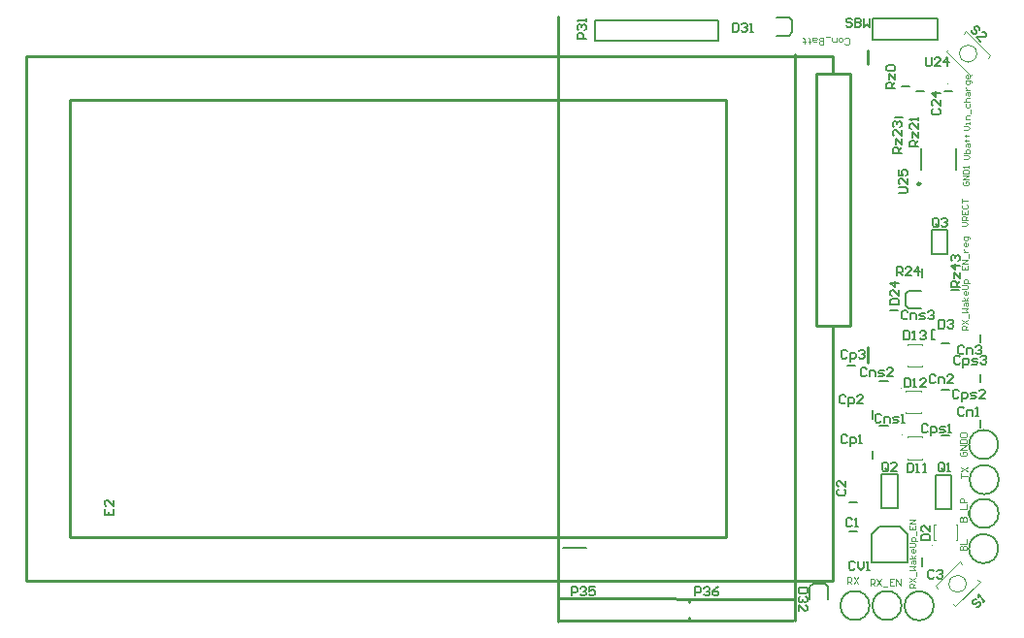
<source format=gto>
%FSLAX25Y25*%
%MOIN*%
G70*
G01*
G75*
G04 Layer_Color=65535*
%ADD10C,0.00866*%
%ADD11R,0.07087X0.03937*%
G04:AMPARAMS|DCode=12|XSize=31.5mil|YSize=66.93mil|CornerRadius=0mil|HoleSize=0mil|Usage=FLASHONLY|Rotation=45.000|XOffset=0mil|YOffset=0mil|HoleType=Round|Shape=Rectangle|*
%AMROTATEDRECTD12*
4,1,4,0.01253,-0.03480,-0.03480,0.01253,-0.01253,0.03480,0.03480,-0.01253,0.01253,-0.03480,0.0*
%
%ADD12ROTATEDRECTD12*%

%ADD13R,0.01654X0.02362*%
%ADD14R,0.03543X0.02756*%
%ADD15R,0.02756X0.02362*%
%ADD16R,0.02756X0.03937*%
%ADD17R,0.07402X0.06614*%
%ADD18O,0.01575X0.06299*%
%ADD19R,0.04331X0.03937*%
%ADD20R,0.01575X0.01575*%
%ADD21R,0.02362X0.01654*%
G04:AMPARAMS|DCode=22|XSize=31.5mil|YSize=66.93mil|CornerRadius=0mil|HoleSize=0mil|Usage=FLASHONLY|Rotation=135.000|XOffset=0mil|YOffset=0mil|HoleType=Round|Shape=Rectangle|*
%AMROTATEDRECTD22*
4,1,4,0.03480,0.01253,-0.01253,-0.03480,-0.03480,-0.01253,0.01253,0.03480,0.03480,0.01253,0.0*
%
%ADD22ROTATEDRECTD22*%

%ADD23R,0.03543X0.02362*%
%ADD24R,0.02362X0.03543*%
%ADD25R,0.03937X0.04331*%
%ADD26C,0.02000*%
%ADD27C,0.01200*%
%ADD28C,0.01000*%
%ADD29C,0.02500*%
%ADD30C,0.05000*%
%ADD31C,0.00800*%
%ADD32C,0.03000*%
%ADD33C,0.01500*%
%ADD34C,0.04200*%
%ADD35C,0.06000*%
%ADD36C,0.07874*%
%ADD37C,0.03937*%
%ADD38R,0.03937X0.03937*%
%ADD39C,0.02600*%
%ADD40C,0.03000*%
%ADD41C,0.02400*%
%ADD42C,0.03400*%
%ADD43C,0.05000*%
%ADD44C,0.04000*%
%ADD45C,0.04900*%
G04:AMPARAMS|DCode=46|XSize=65mil|YSize=65mil|CornerRadius=0mil|HoleSize=0mil|Usage=FLASHONLY|Rotation=0.000|XOffset=0mil|YOffset=0mil|HoleType=Round|Shape=Relief|Width=8mil|Gap=10mil|Entries=4|*
%AMTHD46*
7,0,0,0.06500,0.04500,0.00800,45*
%
%ADD46THD46*%
%ADD47C,0.06400*%
%ADD48C,0.08306*%
%ADD49C,0.04762*%
G04:AMPARAMS|DCode=50|XSize=63.622mil|YSize=63.622mil|CornerRadius=0mil|HoleSize=0mil|Usage=FLASHONLY|Rotation=0.000|XOffset=0mil|YOffset=0mil|HoleType=Round|Shape=Relief|Width=8mil|Gap=10mil|Entries=4|*
%AMTHD50*
7,0,0,0.06362,0.04362,0.00800,45*
%
%ADD50THD50*%
G04:AMPARAMS|DCode=51|XSize=80mil|YSize=80mil|CornerRadius=0mil|HoleSize=0mil|Usage=FLASHONLY|Rotation=0.000|XOffset=0mil|YOffset=0mil|HoleType=Round|Shape=Relief|Width=8mil|Gap=10mil|Entries=4|*
%AMTHD51*
7,0,0,0.08000,0.06000,0.00800,45*
%
%ADD51THD51*%
G04:AMPARAMS|DCode=52|XSize=50mil|YSize=50mil|CornerRadius=0mil|HoleSize=0mil|Usage=FLASHONLY|Rotation=0.000|XOffset=0mil|YOffset=0mil|HoleType=Round|Shape=Relief|Width=8mil|Gap=10mil|Entries=4|*
%AMTHD52*
7,0,0,0.05000,0.03000,0.00800,45*
%
%ADD52THD52*%
%ADD53C,0.04000*%
G04:AMPARAMS|DCode=54|XSize=56mil|YSize=56mil|CornerRadius=0mil|HoleSize=0mil|Usage=FLASHONLY|Rotation=0.000|XOffset=0mil|YOffset=0mil|HoleType=Round|Shape=Relief|Width=8mil|Gap=10mil|Entries=4|*
%AMTHD54*
7,0,0,0.05600,0.03600,0.00800,45*
%
%ADD54THD54*%
%ADD55C,0.03200*%
%ADD56C,0.04400*%
%ADD57C,0.05200*%
%ADD58R,0.03543X0.04724*%
%ADD59R,0.07087X0.03937*%
%ADD60R,0.01102X0.01969*%
%ADD61R,0.02362X0.05512*%
%ADD62R,0.02165X0.01181*%
%ADD63R,0.01969X0.03386*%
%ADD64R,0.02559X0.02559*%
%ADD65R,0.01882X0.01181*%
%ADD66R,0.01575X0.03622*%
%ADD67R,0.05118X0.00984*%
%ADD68O,0.05118X0.00984*%
%ADD69R,0.08661X0.07087*%
%ADD70R,0.09843X0.13780*%
%ADD71R,0.01181X0.03150*%
%ADD72R,0.03642X0.01181*%
%ADD73R,0.03422X0.01181*%
%ADD74C,0.00787*%
%ADD75R,0.20276X0.20276*%
%ADD76O,0.03347X0.01102*%
%ADD77O,0.01102X0.03347*%
%ADD78R,0.01102X0.03347*%
%ADD79R,0.03543X0.06299*%
%ADD80R,0.01969X0.02362*%
%ADD81R,0.02756X0.03543*%
%ADD82R,0.02362X0.01969*%
%ADD83R,0.01969X0.01102*%
%ADD84R,0.01575X0.01575*%
%ADD85C,0.00900*%
%ADD86C,0.00600*%
%ADD87P,0.02895X4X90.0*%
%ADD88C,0.00394*%
%ADD89C,0.00500*%
%ADD90C,0.00984*%
%ADD91C,0.00787*%
%ADD92C,0.00300*%
%ADD93C,0.00421*%
%ADD94C,0.00420*%
%ADD95C,0.00417*%
D28*
X15441Y179512D02*
X240748D01*
X15441Y29150D02*
Y179512D01*
Y29150D02*
X240748D01*
Y179512D01*
X299Y14173D02*
Y194488D01*
Y14173D02*
X277543D01*
Y188583D02*
X283449D01*
Y101969D02*
Y188583D01*
X271638Y101969D02*
X283449D01*
X271638Y188583D02*
X283449D01*
X271638Y101969D02*
Y188583D01*
X299Y194488D02*
X277543D01*
Y14173D02*
Y101969D01*
Y188583D02*
Y194488D01*
X289303Y191870D02*
Y196457D01*
Y89075D02*
Y94390D01*
X264500Y543D02*
Y195000D01*
X228150Y6693D02*
Y7283D01*
X183047Y197D02*
Y208169D01*
X183000Y8000D02*
X264370Y7677D01*
X228248Y591D02*
Y1378D01*
X183000Y591D02*
X228248D01*
X263910D01*
D86*
X316692Y126378D02*
Y134843D01*
X311574Y126378D02*
Y134843D01*
Y126378D02*
X316692D01*
X311574Y134843D02*
X316692D01*
X311319Y97239D02*
Y100389D01*
Y97239D02*
X312500D01*
X311319Y100389D02*
X312500D01*
X313621Y136433D02*
Y138432D01*
X313122Y138932D01*
X312122D01*
X311622Y138432D01*
Y136433D01*
X312122Y135933D01*
X313122D01*
X312622Y136933D02*
X313621Y135933D01*
X313122D02*
X313621Y136433D01*
X314621Y138432D02*
X315121Y138932D01*
X316121D01*
X316620Y138432D01*
Y137932D01*
X316121Y137433D01*
X315621D01*
X316121D01*
X316620Y136933D01*
Y136433D01*
X316121Y135933D01*
X315121D01*
X314621Y136433D01*
X300038Y147450D02*
X302538D01*
X303037Y147950D01*
Y148950D01*
X302538Y149449D01*
X300038D01*
X303037Y152448D02*
Y150449D01*
X301038Y152448D01*
X300538D01*
X300038Y151949D01*
Y150949D01*
X300538Y150449D01*
X300038Y155447D02*
Y153448D01*
X301538D01*
X301038Y154448D01*
Y154948D01*
X301538Y155447D01*
X302538D01*
X303037Y154948D01*
Y153948D01*
X302538Y153448D01*
D88*
X316976Y185008D02*
G03*
X316976Y185008I-197J0D01*
G01*
X323228Y13091D02*
G03*
X323228Y13091I-2953J0D01*
G01*
X311811Y26432D02*
G03*
X311811Y26432I-197J0D01*
G01*
X301378Y96161D02*
G03*
X301378Y96161I-197J0D01*
G01*
X300984Y80216D02*
G03*
X300984Y80216I-197J0D01*
G01*
X301476Y64370D02*
G03*
X301476Y64370I-197J0D01*
G01*
X326870Y195374D02*
G03*
X326870Y195374I-2953J0D01*
G01*
X319580Y5435D02*
X327931Y13787D01*
X318744Y6270D02*
X319580Y5435D01*
X327096Y14622D02*
X327931Y13787D01*
X312620Y12395D02*
X313455Y11559D01*
X320972Y20746D02*
X321807Y19911D01*
X312620Y12395D02*
X320972Y20746D01*
X312205Y28203D02*
Y33321D01*
X312598D01*
X312205Y28203D02*
X312598D01*
X319685D02*
X320079D01*
Y33321D01*
X319685D02*
X320079D01*
X308071Y87697D02*
Y88090D01*
X302953Y87697D02*
X308071D01*
X302953D02*
Y88090D01*
Y95177D02*
Y95571D01*
X308071Y95177D02*
Y95571D01*
X302953D02*
X308071D01*
X307677Y71752D02*
Y72146D01*
X302559Y71752D02*
X307677D01*
X302559D02*
Y72146D01*
Y79232D02*
Y79626D01*
X307677Y79232D02*
Y79626D01*
X302559D02*
X307677D01*
X308169Y55905D02*
Y56299D01*
X303051Y55905D02*
X308169D01*
X303051D02*
Y56299D01*
Y63386D02*
Y63779D01*
X308169Y63386D02*
Y63779D01*
X303051D02*
X308169D01*
X316262Y196070D02*
X324613Y187718D01*
X316262Y196070D02*
X317097Y196905D01*
X324613Y187718D02*
X325448Y188554D01*
X322386Y202195D02*
X323221Y203030D01*
X330738Y193843D02*
X331573Y194678D01*
X323221Y203030D02*
X331573Y194678D01*
D89*
X334429Y48917D02*
G03*
X334429Y48917I-5000J0D01*
G01*
X334213Y61000D02*
G03*
X334213Y61000I-5000J0D01*
G01*
X301000Y5640D02*
G03*
X301000Y5640I-5000J0D01*
G01*
X290000D02*
G03*
X290000Y5640I-5000J0D01*
G01*
X312087Y5512D02*
G03*
X312087Y5512I-5000J0D01*
G01*
X334331Y37303D02*
G03*
X334331Y37303I-5000J0D01*
G01*
X334213Y25197D02*
G03*
X334213Y25197I-5000J0D01*
G01*
X303248Y20571D02*
Y30020D01*
X293406Y32776D02*
X300492D01*
X290650Y20571D02*
X303248D01*
X290650Y30020D02*
X293406Y32776D01*
X300492D02*
X303248Y30020D01*
X290650Y20571D02*
Y30020D01*
X294244Y38976D02*
X299756D01*
X294244D02*
Y50787D01*
X299756D01*
Y38976D02*
Y50787D01*
X184878Y25590D02*
X192878D01*
X312697Y50590D02*
X318209D01*
Y38780D02*
Y50590D01*
X312697Y38780D02*
X318209D01*
X312697D02*
Y50590D01*
X309350Y194007D02*
Y191508D01*
X309850Y191008D01*
X310850D01*
X311350Y191508D01*
Y194007D01*
X314349Y191008D02*
X312349D01*
X314349Y193007D01*
Y193507D01*
X313849Y194007D01*
X312849D01*
X312349Y193507D01*
X316848Y191008D02*
Y194007D01*
X315349Y192507D01*
X317348D01*
X284999Y20322D02*
X284500Y20822D01*
X283500D01*
X283000Y20322D01*
Y18323D01*
X283500Y17823D01*
X284500D01*
X284999Y18323D01*
X285999Y20822D02*
Y18823D01*
X286999Y17823D01*
X287998Y18823D01*
Y20822D01*
X288998Y17823D02*
X289998D01*
X289498D01*
Y20822D01*
X288998Y20322D01*
X326713Y7905D02*
X326007Y7905D01*
X325300Y7198D01*
Y6492D01*
X325653Y6138D01*
X326360Y6138D01*
X327067Y6845D01*
X327774Y6845D01*
X328127Y6492D01*
X328127Y5785D01*
X327420Y5078D01*
X326713D01*
X329188Y6845D02*
X329894Y7552D01*
X329541Y7198D01*
X327420Y9319D01*
Y8612D01*
X307828Y28051D02*
X310827D01*
Y29551D01*
X310327Y30051D01*
X308328D01*
X307828Y29551D01*
Y28051D01*
X310827Y33050D02*
Y31050D01*
X308827Y33050D01*
X308328D01*
X307828Y32550D01*
Y31550D01*
X308328Y31050D01*
X296276Y52468D02*
Y54468D01*
X295776Y54968D01*
X294776D01*
X294276Y54468D01*
Y52468D01*
X294776Y51968D01*
X295776D01*
X295276Y52968D02*
X296276Y51968D01*
X295776D02*
X296276Y52468D01*
X299275Y51968D02*
X297275D01*
X299275Y53968D01*
Y54468D01*
X298775Y54968D01*
X297775D01*
X297275Y54468D01*
X187697Y9061D02*
Y12060D01*
X189196D01*
X189696Y11561D01*
Y10561D01*
X189196Y10061D01*
X187697D01*
X190696Y11561D02*
X191196Y12060D01*
X192195D01*
X192695Y11561D01*
Y11061D01*
X192195Y10561D01*
X191696D01*
X192195D01*
X192695Y10061D01*
Y9561D01*
X192195Y9061D01*
X191196D01*
X190696Y9561D01*
X195694Y12060D02*
X193695D01*
Y10561D01*
X194695Y11061D01*
X195194D01*
X195694Y10561D01*
Y9561D01*
X195194Y9061D01*
X194195D01*
X193695Y9561D01*
X192618Y200446D02*
X189619D01*
Y201945D01*
X190119Y202445D01*
X191119D01*
X191618Y201945D01*
Y200446D01*
X190119Y203445D02*
X189619Y203944D01*
Y204944D01*
X190119Y205444D01*
X190619D01*
X191119Y204944D01*
Y204444D01*
Y204944D01*
X191618Y205444D01*
X192118D01*
X192618Y204944D01*
Y203944D01*
X192118Y203445D01*
X192618Y206444D02*
Y207443D01*
Y206943D01*
X189619D01*
X190119Y206444D01*
X230217Y9061D02*
Y12060D01*
X231716D01*
X232216Y11561D01*
Y10561D01*
X231716Y10061D01*
X230217D01*
X233216Y11561D02*
X233715Y12060D01*
X234715D01*
X235215Y11561D01*
Y11061D01*
X234715Y10561D01*
X234215D01*
X234715D01*
X235215Y10061D01*
Y9561D01*
X234715Y9061D01*
X233715D01*
X233216Y9561D01*
X238214Y12060D02*
X237214Y11561D01*
X236215Y10561D01*
Y9561D01*
X236714Y9061D01*
X237714D01*
X238214Y9561D01*
Y10061D01*
X237714Y10561D01*
X236215D01*
X283999Y207125D02*
X283500Y207625D01*
X282500D01*
X282000Y207125D01*
Y206625D01*
X282500Y206125D01*
X283500D01*
X283999Y205626D01*
Y205126D01*
X283500Y204626D01*
X282500D01*
X282000Y205126D01*
X284999Y207625D02*
Y204626D01*
X286498D01*
X286998Y205126D01*
Y205626D01*
X286498Y206125D01*
X284999D01*
X286498D01*
X286998Y206625D01*
Y207125D01*
X286498Y207625D01*
X284999D01*
X287998D02*
Y204626D01*
X288998Y205626D01*
X289997Y204626D01*
Y207625D01*
X297169Y109000D02*
X300168D01*
Y110500D01*
X299668Y110999D01*
X297669D01*
X297169Y110500D01*
Y109000D01*
X300168Y113998D02*
Y111999D01*
X298169Y113998D01*
X297669D01*
X297169Y113499D01*
Y112499D01*
X297669Y111999D01*
X300168Y116498D02*
X297169D01*
X298669Y114998D01*
Y116997D01*
X313787Y103885D02*
Y100886D01*
X315287D01*
X315787Y101386D01*
Y103385D01*
X315287Y103885D01*
X313787D01*
X316786Y103385D02*
X317286Y103885D01*
X318286D01*
X318786Y103385D01*
Y102885D01*
X318286Y102385D01*
X317786D01*
X318286D01*
X318786Y101885D01*
Y101386D01*
X318286Y100886D01*
X317286D01*
X316786Y101386D01*
X301772Y99999D02*
Y97000D01*
X303271D01*
X303771Y97500D01*
Y99499D01*
X303271Y99999D01*
X301772D01*
X304771Y97000D02*
X305770D01*
X305271D01*
Y99999D01*
X304771Y99499D01*
X307270D02*
X307770Y99999D01*
X308769D01*
X309269Y99499D01*
Y98999D01*
X308769Y98500D01*
X308270D01*
X308769D01*
X309269Y98000D01*
Y97500D01*
X308769Y97000D01*
X307770D01*
X307270Y97500D01*
X302000Y83743D02*
Y80744D01*
X303500D01*
X303999Y81244D01*
Y83243D01*
X303500Y83743D01*
X302000D01*
X304999Y80744D02*
X305999D01*
X305499D01*
Y83743D01*
X304999Y83243D01*
X309498Y80744D02*
X307498D01*
X309498Y82743D01*
Y83243D01*
X308998Y83743D01*
X307998D01*
X307498Y83243D01*
X303051Y54475D02*
Y51476D01*
X304551D01*
X305050Y51976D01*
Y53976D01*
X304551Y54475D01*
X303051D01*
X306050Y51476D02*
X307050D01*
X306550D01*
Y54475D01*
X306050Y53976D01*
X308549Y51476D02*
X309549D01*
X309049D01*
Y54475D01*
X308549Y53976D01*
X327886Y203479D02*
X327886Y204186D01*
X327179Y204892D01*
X326472D01*
X326118Y204539D01*
X326118Y203832D01*
X326825Y203125D01*
X326825Y202418D01*
X326472Y202065D01*
X325765Y202065D01*
X325058Y202772D01*
Y203479D01*
X328239Y199591D02*
X326825Y201005D01*
X329653D01*
X330006Y201358D01*
X330006Y202065D01*
X329299Y202772D01*
X328593D01*
X243012Y205853D02*
Y202854D01*
X244511D01*
X245011Y203354D01*
Y205353D01*
X244511Y205853D01*
X243012D01*
X246011Y205353D02*
X246511Y205853D01*
X247510D01*
X248010Y205353D01*
Y204854D01*
X247510Y204354D01*
X247010D01*
X247510D01*
X248010Y203854D01*
Y203354D01*
X247510Y202854D01*
X246511D01*
X246011Y203354D01*
X249010Y202854D02*
X250009D01*
X249510D01*
Y205853D01*
X249010Y205353D01*
X306791Y163413D02*
X303792D01*
Y164913D01*
X304292Y165413D01*
X305292D01*
X305792Y164913D01*
Y163413D01*
Y164413D02*
X306791Y165413D01*
X304792Y166412D02*
Y168412D01*
X306791Y166412D01*
Y168412D01*
Y171411D02*
Y169411D01*
X304792Y171411D01*
X304292D01*
X303792Y170911D01*
Y169911D01*
X304292Y169411D01*
X306791Y172411D02*
Y173410D01*
Y172910D01*
X303792D01*
X304292Y172411D01*
X283999Y35161D02*
X283500Y35660D01*
X282500D01*
X282000Y35161D01*
Y33161D01*
X282500Y32661D01*
X283500D01*
X283999Y33161D01*
X284999Y32661D02*
X285999D01*
X285499D01*
Y35660D01*
X284999Y35161D01*
X279292Y45602D02*
X278792Y45102D01*
Y44102D01*
X279292Y43602D01*
X281292D01*
X281791Y44102D01*
Y45102D01*
X281292Y45602D01*
X281791Y48601D02*
Y46601D01*
X279792Y48601D01*
X279292D01*
X278792Y48101D01*
Y47101D01*
X279292Y46601D01*
X312137Y17361D02*
X311637Y17861D01*
X310638D01*
X310138Y17361D01*
Y15362D01*
X310638Y14862D01*
X311637D01*
X312137Y15362D01*
X313137Y17361D02*
X313637Y17861D01*
X314636D01*
X315136Y17361D01*
Y16861D01*
X314636Y16362D01*
X314137D01*
X314636D01*
X315136Y15862D01*
Y15362D01*
X314636Y14862D01*
X313637D01*
X313137Y15362D01*
X268747Y11713D02*
X265748D01*
Y10213D01*
X266248Y9713D01*
X268247D01*
X268747Y10213D01*
Y11713D01*
X268247Y8714D02*
X268747Y8214D01*
Y7214D01*
X268247Y6714D01*
X267747D01*
X267248Y7214D01*
Y7714D01*
Y7214D01*
X266748Y6714D01*
X266248D01*
X265748Y7214D01*
Y8214D01*
X266248Y8714D01*
X265748Y3715D02*
Y5714D01*
X267747Y3715D01*
X268247D01*
X268747Y4215D01*
Y5215D01*
X268247Y5714D01*
X27383Y38888D02*
Y36889D01*
X30382D01*
Y38888D01*
X28882Y36889D02*
Y37889D01*
X30382Y41887D02*
Y39888D01*
X28383Y41887D01*
X27883D01*
X27383Y41388D01*
Y40388D01*
X27883Y39888D01*
X315681Y52173D02*
Y54172D01*
X315181Y54672D01*
X314181D01*
X313681Y54172D01*
Y52173D01*
X314181Y51673D01*
X315181D01*
X314681Y52673D02*
X315681Y51673D01*
X315181D02*
X315681Y52173D01*
X316680Y51673D02*
X317680D01*
X317180D01*
Y54672D01*
X316680Y54172D01*
X322562Y73317D02*
X322062Y73816D01*
X321063D01*
X320563Y73317D01*
Y71317D01*
X321063Y70817D01*
X322062D01*
X322562Y71317D01*
X323562Y70817D02*
Y72817D01*
X325061D01*
X325561Y72317D01*
Y70817D01*
X326561D02*
X327561D01*
X327061D01*
Y73816D01*
X326561Y73317D01*
X312637Y84499D02*
X312137Y84999D01*
X311138D01*
X310638Y84499D01*
Y82500D01*
X311138Y82000D01*
X312137D01*
X312637Y82500D01*
X313637Y82000D02*
Y83999D01*
X315136D01*
X315636Y83499D01*
Y82000D01*
X318635D02*
X316636D01*
X318635Y83999D01*
Y84499D01*
X318135Y84999D01*
X317136D01*
X316636Y84499D01*
X322562Y94499D02*
X322062Y94999D01*
X321063D01*
X320563Y94499D01*
Y92500D01*
X321063Y92000D01*
X322062D01*
X322562Y92500D01*
X323562Y92000D02*
Y93999D01*
X325061D01*
X325561Y93499D01*
Y92000D01*
X326561Y94499D02*
X327061Y94999D01*
X328061D01*
X328560Y94499D01*
Y93999D01*
X328061Y93499D01*
X327561D01*
X328061D01*
X328560Y93000D01*
Y92500D01*
X328061Y92000D01*
X327061D01*
X326561Y92500D01*
X293999Y70999D02*
X293499Y71499D01*
X292500D01*
X292000Y70999D01*
Y69000D01*
X292500Y68500D01*
X293499D01*
X293999Y69000D01*
X294999Y68500D02*
Y70499D01*
X296498D01*
X296998Y69999D01*
Y68500D01*
X297998D02*
X299498D01*
X299997Y69000D01*
X299498Y69500D01*
X298498D01*
X297998Y69999D01*
X298498Y70499D01*
X299997D01*
X300997Y68500D02*
X301997D01*
X301497D01*
Y71499D01*
X300997Y70999D01*
X289028Y86948D02*
X288528Y87448D01*
X287528D01*
X287029Y86948D01*
Y84949D01*
X287528Y84449D01*
X288528D01*
X289028Y84949D01*
X290028Y84449D02*
Y86448D01*
X291527D01*
X292027Y85948D01*
Y84449D01*
X293027D02*
X294526D01*
X295026Y84949D01*
X294526Y85448D01*
X293527D01*
X293027Y85948D01*
X293527Y86448D01*
X295026D01*
X298025Y84449D02*
X296026D01*
X298025Y86448D01*
Y86948D01*
X297525Y87448D01*
X296526D01*
X296026Y86948D01*
X303181Y106499D02*
X302681Y106999D01*
X301681D01*
X301181Y106499D01*
Y104500D01*
X301681Y104000D01*
X302681D01*
X303181Y104500D01*
X304180Y104000D02*
Y105999D01*
X305680D01*
X306179Y105499D01*
Y104000D01*
X307179D02*
X308679D01*
X309178Y104500D01*
X308679Y105000D01*
X307679D01*
X307179Y105499D01*
X307679Y105999D01*
X309178D01*
X310178Y106499D02*
X310678Y106999D01*
X311678D01*
X312177Y106499D01*
Y105999D01*
X311678Y105499D01*
X311178D01*
X311678D01*
X312177Y105000D01*
Y104500D01*
X311678Y104000D01*
X310678D01*
X310178Y104500D01*
X282314Y63818D02*
X281815Y64318D01*
X280815D01*
X280315Y63818D01*
Y61819D01*
X280815Y61319D01*
X281815D01*
X282314Y61819D01*
X283314Y60319D02*
Y63318D01*
X284813D01*
X285313Y62818D01*
Y61819D01*
X284813Y61319D01*
X283314D01*
X286313D02*
X287313D01*
X286813D01*
Y64318D01*
X286313Y63818D01*
X281921Y77499D02*
X281421Y77999D01*
X280421D01*
X279921Y77499D01*
Y75500D01*
X280421Y75000D01*
X281421D01*
X281921Y75500D01*
X282920Y74000D02*
Y76999D01*
X284420D01*
X284920Y76499D01*
Y75500D01*
X284420Y75000D01*
X282920D01*
X287919D02*
X285919D01*
X287919Y76999D01*
Y77499D01*
X287419Y77999D01*
X286419D01*
X285919Y77499D01*
X282314Y92999D02*
X281815Y93499D01*
X280815D01*
X280315Y92999D01*
Y91000D01*
X280815Y90500D01*
X281815D01*
X282314Y91000D01*
X283314Y89500D02*
Y92499D01*
X284813D01*
X285313Y92000D01*
Y91000D01*
X284813Y90500D01*
X283314D01*
X286313Y92999D02*
X286813Y93499D01*
X287812D01*
X288312Y92999D01*
Y92499D01*
X287812Y92000D01*
X287313D01*
X287812D01*
X288312Y91500D01*
Y91000D01*
X287812Y90500D01*
X286813D01*
X286313Y91000D01*
X309999Y67499D02*
X309500Y67999D01*
X308500D01*
X308000Y67499D01*
Y65500D01*
X308500Y65000D01*
X309500D01*
X309999Y65500D01*
X310999Y64000D02*
Y66999D01*
X312498D01*
X312998Y66500D01*
Y65500D01*
X312498Y65000D01*
X310999D01*
X313998D02*
X315498D01*
X315997Y65500D01*
X315498Y66000D01*
X314498D01*
X313998Y66500D01*
X314498Y66999D01*
X315997D01*
X316997Y65000D02*
X317997D01*
X317497D01*
Y67999D01*
X316997Y67499D01*
X320700Y79468D02*
X320200Y79967D01*
X319201D01*
X318701Y79468D01*
Y77468D01*
X319201Y76968D01*
X320200D01*
X320700Y77468D01*
X321700Y75969D02*
Y78968D01*
X323199D01*
X323699Y78468D01*
Y77468D01*
X323199Y76968D01*
X321700D01*
X324699D02*
X326198D01*
X326698Y77468D01*
X326198Y77968D01*
X325199D01*
X324699Y78468D01*
X325199Y78968D01*
X326698D01*
X329697Y76968D02*
X327698D01*
X329697Y78968D01*
Y79468D01*
X329197Y79967D01*
X328198D01*
X327698Y79468D01*
X321192Y90983D02*
X320692Y91483D01*
X319693D01*
X319193Y90983D01*
Y88984D01*
X319693Y88484D01*
X320692D01*
X321192Y88984D01*
X322192Y87485D02*
Y90484D01*
X323692D01*
X324191Y89984D01*
Y88984D01*
X323692Y88484D01*
X322192D01*
X325191D02*
X326691D01*
X327190Y88984D01*
X326691Y89484D01*
X325691D01*
X325191Y89984D01*
X325691Y90484D01*
X327190D01*
X328190Y90983D02*
X328690Y91483D01*
X329690D01*
X330189Y90983D01*
Y90484D01*
X329690Y89984D01*
X329190D01*
X329690D01*
X330189Y89484D01*
Y88984D01*
X329690Y88484D01*
X328690D01*
X328190Y88984D01*
X299410Y119000D02*
Y121999D01*
X300909D01*
X301409Y121499D01*
Y120500D01*
X300909Y120000D01*
X299410D01*
X300409D02*
X301409Y119000D01*
X304408D02*
X302409D01*
X304408Y120999D01*
Y121499D01*
X303908Y121999D01*
X302908D01*
X302409Y121499D01*
X306907Y119000D02*
Y121999D01*
X305408Y120500D01*
X307407D01*
X298853Y183465D02*
X295854D01*
Y184964D01*
X296354Y185464D01*
X297353D01*
X297853Y184964D01*
Y183465D01*
Y184464D02*
X298853Y185464D01*
X296853Y186464D02*
Y188463D01*
X298853Y186464D01*
Y188463D01*
X296354Y189463D02*
X295854Y189962D01*
Y190962D01*
X296354Y191462D01*
X298353D01*
X298853Y190962D01*
Y189962D01*
X298353Y189463D01*
X296354D01*
X301000Y161000D02*
X298001D01*
Y162499D01*
X298501Y162999D01*
X299500D01*
X300000Y162499D01*
Y161000D01*
Y162000D02*
X301000Y162999D01*
X299001Y163999D02*
Y165998D01*
X301000Y163999D01*
Y165998D01*
Y168997D02*
Y166998D01*
X299001Y168997D01*
X298501D01*
X298001Y168498D01*
Y167498D01*
X298501Y166998D01*
Y169997D02*
X298001Y170497D01*
Y171497D01*
X298501Y171996D01*
X299001D01*
X299500Y171497D01*
Y170997D01*
Y171497D01*
X300000Y171996D01*
X300500D01*
X301000Y171497D01*
Y170497D01*
X300500Y169997D01*
X321063Y115000D02*
X318064D01*
Y116499D01*
X318564Y116999D01*
X319564D01*
X320063Y116499D01*
Y115000D01*
Y116000D02*
X321063Y116999D01*
X319064Y117999D02*
Y119998D01*
X321063Y117999D01*
Y119998D01*
Y122498D02*
X318064D01*
X319564Y120998D01*
Y122997D01*
X318564Y123997D02*
X318064Y124497D01*
Y125497D01*
X318564Y125996D01*
X319064D01*
X319564Y125497D01*
Y124997D01*
Y125497D01*
X320063Y125996D01*
X320563D01*
X321063Y125497D01*
Y124497D01*
X320563Y123997D01*
X311779Y176358D02*
X311279Y175858D01*
Y174858D01*
X311779Y174358D01*
X313778D01*
X314278Y174858D01*
Y175858D01*
X313778Y176358D01*
X314278Y179357D02*
Y177357D01*
X312279Y179357D01*
X311779D01*
X311279Y178857D01*
Y177857D01*
X311779Y177357D01*
X314278Y181856D02*
X311279D01*
X312778Y180356D01*
Y182356D01*
D90*
X307488Y150634D02*
G03*
X307488Y150634I-492J0D01*
G01*
D91*
X195866Y199658D02*
Y206745D01*
X237953D01*
Y199658D02*
Y206745D01*
X195866Y199658D02*
X237953D01*
X291240Y207382D02*
X313327D01*
Y200295D02*
Y207382D01*
X291240Y200295D02*
Y207382D01*
Y200295D02*
X313327D01*
X319890Y155358D02*
Y162642D01*
X307685Y155358D02*
Y162642D01*
X302307Y109231D02*
Y112775D01*
X303488Y107657D02*
X307819D01*
X302307Y108838D02*
Y109231D01*
Y108838D02*
X303488Y107657D01*
X302307Y112775D02*
X303488Y113956D01*
X307819D01*
X257972Y207874D02*
X262303D01*
X263484Y206693D01*
X262303Y201575D02*
X263484Y202756D01*
Y203150D01*
X257972Y201575D02*
X262303D01*
X263484Y203150D02*
Y206693D01*
X306095Y182626D02*
X308850D01*
X282972Y31126D02*
X285728D01*
X282972Y41240D02*
X285728D01*
X308071Y19291D02*
Y22047D01*
X270669Y13287D02*
X274213D01*
X275787Y7776D02*
Y12106D01*
X274213Y13287D02*
X274606D01*
X275787Y12106D01*
X269488Y12106D02*
X270669Y13287D01*
X269488Y7776D02*
Y12106D01*
X328150Y66831D02*
Y69587D01*
X327945Y82382D02*
Y85138D01*
X328126Y96122D02*
Y98878D01*
X293504Y67520D02*
X296260D01*
X293504Y82677D02*
X296260D01*
X297105Y107185D02*
X299861D01*
X291142Y56102D02*
Y58858D01*
X291142Y69882D02*
Y72638D01*
X282382Y88126D02*
X285138D01*
X314665Y64173D02*
X317421D01*
X314764Y79921D02*
X317520D01*
X314764Y95669D02*
X317520D01*
X308078Y118622D02*
Y121378D01*
X300984Y184153D02*
X303740D01*
X298622Y173374D02*
X301378D01*
X318012Y114126D02*
X320768D01*
X315622Y182626D02*
X318378D01*
D92*
X322277Y169000D02*
X323610D01*
X324276Y169667D01*
X323610Y170333D01*
X322277D01*
X324276Y170999D02*
Y171666D01*
Y171333D01*
X322944D01*
Y170999D01*
X324276Y172666D02*
X322944D01*
Y173665D01*
X323277Y173998D01*
X324276D01*
X324610Y174665D02*
Y175998D01*
X322944Y177997D02*
Y176997D01*
X323277Y176664D01*
X323943D01*
X324276Y176997D01*
Y177997D01*
X322277Y178664D02*
X324276D01*
X323277D01*
X322944Y178997D01*
Y179663D01*
X323277Y179996D01*
X324276D01*
X322944Y180996D02*
Y181663D01*
X323277Y181996D01*
X324276D01*
Y180996D01*
X323943Y180663D01*
X323610Y180996D01*
Y181996D01*
X322944Y182662D02*
X324276D01*
X323610D01*
X323277Y182995D01*
X322944Y183329D01*
Y183662D01*
X324943Y185328D02*
Y185661D01*
X324610Y185995D01*
X322944D01*
Y184995D01*
X323277Y184662D01*
X323943D01*
X324276Y184995D01*
Y185995D01*
Y187661D02*
Y186994D01*
X323943Y186661D01*
X323277D01*
X322944Y186994D01*
Y187661D01*
X323277Y187994D01*
X323610D01*
Y186661D01*
X322277Y159000D02*
X323610D01*
X324276Y159667D01*
X323610Y160333D01*
X322277D01*
Y160999D02*
X324276D01*
Y161999D01*
X323943Y162332D01*
X323610D01*
X323277D01*
X322944Y161999D01*
Y160999D01*
Y163332D02*
Y163998D01*
X323277Y164332D01*
X324276D01*
Y163332D01*
X323943Y162999D01*
X323610Y163332D01*
Y164332D01*
X322610Y165331D02*
X322944D01*
Y164998D01*
Y165665D01*
Y165331D01*
X323943D01*
X324276Y165665D01*
X322610Y166997D02*
X322944D01*
Y166664D01*
Y167331D01*
Y166997D01*
X323943D01*
X324276Y167331D01*
X322483Y151333D02*
X322150Y151000D01*
Y150333D01*
X322483Y150000D01*
X323816D01*
X324150Y150333D01*
Y151000D01*
X323816Y151333D01*
X323150D01*
Y150666D01*
X324150Y151999D02*
X322150D01*
X324150Y153332D01*
X322150D01*
Y153999D02*
X324150D01*
Y154998D01*
X323816Y155332D01*
X322483D01*
X322150Y154998D01*
Y153999D01*
X324150Y155998D02*
Y156665D01*
Y156331D01*
X322150D01*
X322483Y155998D01*
X321729Y122333D02*
Y121000D01*
X323728D01*
Y122333D01*
X322729Y121000D02*
Y121667D01*
X323728Y122999D02*
X321729D01*
X323728Y124332D01*
X321729D01*
X324062Y124999D02*
Y126332D01*
X322395Y126998D02*
X323728D01*
X323062D01*
X322729Y127331D01*
X322395Y127664D01*
Y127998D01*
X323728Y129997D02*
Y129331D01*
X323395Y128997D01*
X322729D01*
X322395Y129331D01*
Y129997D01*
X322729Y130330D01*
X323062D01*
Y128997D01*
X324395Y131663D02*
Y131996D01*
X324062Y132330D01*
X322395D01*
Y131330D01*
X322729Y130997D01*
X323395D01*
X323728Y131330D01*
Y132330D01*
X321729Y136000D02*
X323062D01*
X323728Y136667D01*
X323062Y137333D01*
X321729D01*
X323728Y137999D02*
X321729D01*
Y138999D01*
X322062Y139332D01*
X322729D01*
X323062Y138999D01*
Y137999D01*
Y138666D02*
X323728Y139332D01*
X321729Y141332D02*
Y139999D01*
X323728D01*
Y141332D01*
X322729Y139999D02*
Y140665D01*
X322062Y143331D02*
X321729Y142998D01*
Y142331D01*
X322062Y141998D01*
X323395D01*
X323728Y142331D01*
Y142998D01*
X323395Y143331D01*
X321729Y143997D02*
Y145330D01*
Y144664D01*
X323728D01*
Y100389D02*
X321729D01*
Y101389D01*
X322062Y101722D01*
X322729D01*
X323062Y101389D01*
Y100389D01*
Y101055D02*
X323728Y101722D01*
X321729Y102388D02*
X323728Y103721D01*
X321729D02*
X323728Y102388D01*
X324062Y104388D02*
Y105720D01*
X321729Y106387D02*
X323728D01*
X323062Y107053D01*
X323728Y107720D01*
X321729D01*
X322395Y108720D02*
Y109386D01*
X322729Y109719D01*
X323728D01*
Y108720D01*
X323395Y108386D01*
X323062Y108720D01*
Y109719D01*
X323728Y110386D02*
X321729D01*
X323062D02*
X322395Y111385D01*
X323062Y110386D02*
X323728Y111385D01*
Y113385D02*
Y112718D01*
X323395Y112385D01*
X322729D01*
X322395Y112718D01*
Y113385D01*
X322729Y113718D01*
X323062D01*
Y112385D01*
X321729Y114384D02*
X323395D01*
X323728Y114718D01*
Y115384D01*
X323395Y115717D01*
X321729D01*
X324395Y116384D02*
X322395D01*
Y117383D01*
X322729Y117717D01*
X323395D01*
X323728Y117383D01*
Y116384D01*
D93*
X321516Y49500D02*
Y50975D01*
Y50237D01*
X323728D01*
X321516Y51712D02*
X323728Y53187D01*
X321516D02*
X323728Y51712D01*
X290291Y12537D02*
Y14749D01*
X291397D01*
X291766Y14381D01*
Y13643D01*
X291397Y13275D01*
X290291D01*
X291029D02*
X291766Y12537D01*
X292503Y14749D02*
X293978Y12537D01*
Y14749D02*
X292503Y12537D01*
X294715Y12169D02*
X296190D01*
X298402Y14749D02*
X296927D01*
Y12537D01*
X298402D01*
X296927Y13643D02*
X297664D01*
X299139Y12537D02*
Y14749D01*
X300613Y12537D01*
Y14749D01*
X282387Y13153D02*
Y15365D01*
X283493D01*
X283861Y14996D01*
Y14259D01*
X283493Y13890D01*
X282387D01*
X283124D02*
X283861Y13153D01*
X284599Y15365D02*
X286073Y13153D01*
Y15365D02*
X284599Y13153D01*
X321095Y34500D02*
X323307D01*
Y35606D01*
X322938Y35975D01*
X322570D01*
X322201Y35606D01*
Y34500D01*
Y35606D01*
X321832Y35975D01*
X321464D01*
X321095Y35606D01*
Y34500D01*
X323676Y36712D02*
Y38186D01*
X321095Y38924D02*
X323307D01*
Y40398D01*
Y41136D02*
X321095D01*
Y42242D01*
X321464Y42610D01*
X322201D01*
X322570Y42242D01*
Y41136D01*
X321095Y24705D02*
X323307D01*
Y25811D01*
X322938Y26179D01*
X322570D01*
X322201Y25811D01*
Y24705D01*
Y25811D01*
X321832Y26179D01*
X321464D01*
X321095Y25811D01*
Y24705D01*
Y26917D02*
X323307D01*
Y28391D01*
D94*
X321474Y58466D02*
X321108Y58100D01*
Y57367D01*
X321474Y57000D01*
X322940D01*
X323307Y57367D01*
Y58100D01*
X322940Y58466D01*
X322207D01*
Y57733D01*
X323307Y59199D02*
X321108D01*
X323307Y60666D01*
X321108D01*
Y61399D02*
X323307D01*
Y62498D01*
X322940Y62865D01*
X321474D01*
X321108Y62498D01*
Y61399D01*
X321474Y63598D02*
X321108Y63964D01*
Y64697D01*
X321474Y65064D01*
X322940D01*
X323307Y64697D01*
Y63964D01*
X322940Y63598D01*
X321474D01*
X281534Y198963D02*
X281900Y198596D01*
X282633D01*
X283000Y198963D01*
Y200429D01*
X282633Y200796D01*
X281900D01*
X281534Y200429D01*
X280434Y200796D02*
X279701D01*
X279334Y200429D01*
Y199696D01*
X279701Y199329D01*
X280434D01*
X280801Y199696D01*
Y200429D01*
X280434Y200796D01*
X278601D02*
Y199329D01*
X277502D01*
X277135Y199696D01*
Y200796D01*
X276402Y201162D02*
X274936D01*
X274203Y198596D02*
Y200796D01*
X273103D01*
X272737Y200429D01*
Y200062D01*
X273103Y199696D01*
X274203D01*
X273103D01*
X272737Y199329D01*
Y198963D01*
X273103Y198596D01*
X274203D01*
X271637Y199329D02*
X270904D01*
X270537Y199696D01*
Y200796D01*
X271637D01*
X272004Y200429D01*
X271637Y200062D01*
X270537D01*
X269438Y198963D02*
Y199329D01*
X269804D01*
X269071D01*
X269438D01*
Y200429D01*
X269071Y200796D01*
X267605Y198963D02*
Y199329D01*
X267971D01*
X267238D01*
X267605D01*
Y200429D01*
X267238Y200796D01*
D95*
X305807Y11713D02*
X303808D01*
Y12712D01*
X304141Y13046D01*
X304807D01*
X305141Y12712D01*
Y11713D01*
Y12379D02*
X305807Y13046D01*
X303808Y13712D02*
X305807Y15045D01*
X303808D02*
X305807Y13712D01*
X306140Y15711D02*
Y17044D01*
X303808Y17711D02*
X305807D01*
X305141Y18377D01*
X305807Y19044D01*
X303808D01*
X304474Y20043D02*
Y20710D01*
X304807Y21043D01*
X305807D01*
Y20043D01*
X305474Y19710D01*
X305141Y20043D01*
Y21043D01*
X305807Y21709D02*
X303808D01*
X305141D02*
X304474Y22709D01*
X305141Y21709D02*
X305807Y22709D01*
Y24708D02*
Y24042D01*
X305474Y23709D01*
X304807D01*
X304474Y24042D01*
Y24708D01*
X304807Y25042D01*
X305141D01*
Y23709D01*
X303808Y25708D02*
X305474D01*
X305807Y26041D01*
Y26708D01*
X305474Y27041D01*
X303808D01*
X306473Y27707D02*
X304474D01*
Y28707D01*
X304807Y29040D01*
X305474D01*
X305807Y28707D01*
Y27707D01*
X306140Y29707D02*
Y31040D01*
X303808Y33039D02*
Y31706D01*
X305807D01*
Y33039D01*
X304807Y31706D02*
Y32373D01*
X305807Y33705D02*
X303808D01*
X305807Y35038D01*
X303808D01*
M02*

</source>
